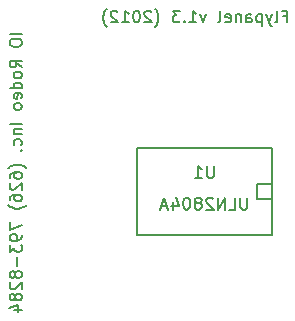
<source format=gbo>
G04 (created by PCBNEW-RS274X (2011-05-25)-stable) date Tue 02 Apr 2013 03:30:14 PM PDT*
G01*
G70*
G90*
%MOIN*%
G04 Gerber Fmt 3.4, Leading zero omitted, Abs format*
%FSLAX34Y34*%
G04 APERTURE LIST*
%ADD10C,0.006000*%
%ADD11C,0.007900*%
%ADD12C,0.008000*%
G04 APERTURE END LIST*
G54D10*
G54D11*
X39883Y-28094D02*
X39489Y-28094D01*
X39489Y-28357D02*
X39489Y-28432D01*
X39508Y-28469D01*
X39546Y-28507D01*
X39621Y-28526D01*
X39752Y-28526D01*
X39827Y-28507D01*
X39865Y-28469D01*
X39883Y-28432D01*
X39883Y-28357D01*
X39865Y-28319D01*
X39827Y-28282D01*
X39752Y-28263D01*
X39621Y-28263D01*
X39546Y-28282D01*
X39508Y-28319D01*
X39489Y-28357D01*
X39883Y-29220D02*
X39696Y-29089D01*
X39883Y-28995D02*
X39489Y-28995D01*
X39489Y-29145D01*
X39508Y-29182D01*
X39527Y-29201D01*
X39565Y-29220D01*
X39621Y-29220D01*
X39658Y-29201D01*
X39677Y-29182D01*
X39696Y-29145D01*
X39696Y-28995D01*
X39883Y-29445D02*
X39865Y-29408D01*
X39846Y-29389D01*
X39808Y-29370D01*
X39696Y-29370D01*
X39658Y-29389D01*
X39640Y-29408D01*
X39621Y-29445D01*
X39621Y-29501D01*
X39640Y-29539D01*
X39658Y-29558D01*
X39696Y-29576D01*
X39808Y-29576D01*
X39846Y-29558D01*
X39865Y-29539D01*
X39883Y-29501D01*
X39883Y-29445D01*
X39883Y-29914D02*
X39489Y-29914D01*
X39865Y-29914D02*
X39883Y-29876D01*
X39883Y-29801D01*
X39865Y-29764D01*
X39846Y-29745D01*
X39808Y-29726D01*
X39696Y-29726D01*
X39658Y-29745D01*
X39640Y-29764D01*
X39621Y-29801D01*
X39621Y-29876D01*
X39640Y-29914D01*
X39865Y-30251D02*
X39883Y-30213D01*
X39883Y-30138D01*
X39865Y-30101D01*
X39827Y-30082D01*
X39677Y-30082D01*
X39640Y-30101D01*
X39621Y-30138D01*
X39621Y-30213D01*
X39640Y-30251D01*
X39677Y-30270D01*
X39715Y-30270D01*
X39752Y-30082D01*
X39883Y-30495D02*
X39865Y-30458D01*
X39846Y-30439D01*
X39808Y-30420D01*
X39696Y-30420D01*
X39658Y-30439D01*
X39640Y-30458D01*
X39621Y-30495D01*
X39621Y-30551D01*
X39640Y-30589D01*
X39658Y-30608D01*
X39696Y-30626D01*
X39808Y-30626D01*
X39846Y-30608D01*
X39865Y-30589D01*
X39883Y-30551D01*
X39883Y-30495D01*
X39883Y-31095D02*
X39489Y-31095D01*
X39621Y-31283D02*
X39883Y-31283D01*
X39658Y-31283D02*
X39640Y-31302D01*
X39621Y-31339D01*
X39621Y-31395D01*
X39640Y-31433D01*
X39677Y-31452D01*
X39883Y-31452D01*
X39865Y-31808D02*
X39883Y-31770D01*
X39883Y-31695D01*
X39865Y-31658D01*
X39846Y-31639D01*
X39808Y-31620D01*
X39696Y-31620D01*
X39658Y-31639D01*
X39640Y-31658D01*
X39621Y-31695D01*
X39621Y-31770D01*
X39640Y-31808D01*
X39846Y-31977D02*
X39865Y-31996D01*
X39883Y-31977D01*
X39865Y-31958D01*
X39846Y-31977D01*
X39883Y-31977D01*
X40034Y-32577D02*
X40015Y-32559D01*
X39959Y-32521D01*
X39921Y-32502D01*
X39865Y-32484D01*
X39771Y-32465D01*
X39696Y-32465D01*
X39602Y-32484D01*
X39546Y-32502D01*
X39508Y-32521D01*
X39452Y-32559D01*
X39433Y-32577D01*
X39489Y-32897D02*
X39489Y-32822D01*
X39508Y-32784D01*
X39527Y-32765D01*
X39583Y-32728D01*
X39658Y-32709D01*
X39808Y-32709D01*
X39846Y-32728D01*
X39865Y-32747D01*
X39883Y-32784D01*
X39883Y-32859D01*
X39865Y-32897D01*
X39846Y-32915D01*
X39808Y-32934D01*
X39715Y-32934D01*
X39677Y-32915D01*
X39658Y-32897D01*
X39640Y-32859D01*
X39640Y-32784D01*
X39658Y-32747D01*
X39677Y-32728D01*
X39715Y-32709D01*
X39527Y-33084D02*
X39508Y-33103D01*
X39489Y-33140D01*
X39489Y-33234D01*
X39508Y-33272D01*
X39527Y-33290D01*
X39565Y-33309D01*
X39602Y-33309D01*
X39658Y-33290D01*
X39883Y-33065D01*
X39883Y-33309D01*
X39489Y-33647D02*
X39489Y-33572D01*
X39508Y-33534D01*
X39527Y-33515D01*
X39583Y-33478D01*
X39658Y-33459D01*
X39808Y-33459D01*
X39846Y-33478D01*
X39865Y-33497D01*
X39883Y-33534D01*
X39883Y-33609D01*
X39865Y-33647D01*
X39846Y-33665D01*
X39808Y-33684D01*
X39715Y-33684D01*
X39677Y-33665D01*
X39658Y-33647D01*
X39640Y-33609D01*
X39640Y-33534D01*
X39658Y-33497D01*
X39677Y-33478D01*
X39715Y-33459D01*
X40034Y-33815D02*
X40015Y-33834D01*
X39959Y-33872D01*
X39921Y-33890D01*
X39865Y-33909D01*
X39771Y-33928D01*
X39696Y-33928D01*
X39602Y-33909D01*
X39546Y-33890D01*
X39508Y-33872D01*
X39452Y-33834D01*
X39433Y-33815D01*
X39489Y-34378D02*
X39489Y-34641D01*
X39883Y-34472D01*
X39883Y-34810D02*
X39883Y-34885D01*
X39865Y-34922D01*
X39846Y-34941D01*
X39790Y-34978D01*
X39715Y-34997D01*
X39565Y-34997D01*
X39527Y-34978D01*
X39508Y-34960D01*
X39489Y-34922D01*
X39489Y-34847D01*
X39508Y-34810D01*
X39527Y-34791D01*
X39565Y-34772D01*
X39658Y-34772D01*
X39696Y-34791D01*
X39715Y-34810D01*
X39733Y-34847D01*
X39733Y-34922D01*
X39715Y-34960D01*
X39696Y-34978D01*
X39658Y-34997D01*
X39489Y-35128D02*
X39489Y-35372D01*
X39640Y-35241D01*
X39640Y-35297D01*
X39658Y-35335D01*
X39677Y-35353D01*
X39715Y-35372D01*
X39808Y-35372D01*
X39846Y-35353D01*
X39865Y-35335D01*
X39883Y-35297D01*
X39883Y-35185D01*
X39865Y-35147D01*
X39846Y-35128D01*
X39733Y-35541D02*
X39733Y-35841D01*
X39658Y-36085D02*
X39640Y-36048D01*
X39621Y-36029D01*
X39583Y-36010D01*
X39565Y-36010D01*
X39527Y-36029D01*
X39508Y-36048D01*
X39489Y-36085D01*
X39489Y-36160D01*
X39508Y-36198D01*
X39527Y-36216D01*
X39565Y-36235D01*
X39583Y-36235D01*
X39621Y-36216D01*
X39640Y-36198D01*
X39658Y-36160D01*
X39658Y-36085D01*
X39677Y-36048D01*
X39696Y-36029D01*
X39733Y-36010D01*
X39808Y-36010D01*
X39846Y-36029D01*
X39865Y-36048D01*
X39883Y-36085D01*
X39883Y-36160D01*
X39865Y-36198D01*
X39846Y-36216D01*
X39808Y-36235D01*
X39733Y-36235D01*
X39696Y-36216D01*
X39677Y-36198D01*
X39658Y-36160D01*
X39527Y-36385D02*
X39508Y-36404D01*
X39489Y-36441D01*
X39489Y-36535D01*
X39508Y-36573D01*
X39527Y-36591D01*
X39565Y-36610D01*
X39602Y-36610D01*
X39658Y-36591D01*
X39883Y-36366D01*
X39883Y-36610D01*
X39658Y-36835D02*
X39640Y-36798D01*
X39621Y-36779D01*
X39583Y-36760D01*
X39565Y-36760D01*
X39527Y-36779D01*
X39508Y-36798D01*
X39489Y-36835D01*
X39489Y-36910D01*
X39508Y-36948D01*
X39527Y-36966D01*
X39565Y-36985D01*
X39583Y-36985D01*
X39621Y-36966D01*
X39640Y-36948D01*
X39658Y-36910D01*
X39658Y-36835D01*
X39677Y-36798D01*
X39696Y-36779D01*
X39733Y-36760D01*
X39808Y-36760D01*
X39846Y-36779D01*
X39865Y-36798D01*
X39883Y-36835D01*
X39883Y-36910D01*
X39865Y-36948D01*
X39846Y-36966D01*
X39808Y-36985D01*
X39733Y-36985D01*
X39696Y-36966D01*
X39677Y-36948D01*
X39658Y-36910D01*
X39621Y-37323D02*
X39883Y-37323D01*
X39471Y-37229D02*
X39752Y-37135D01*
X39752Y-37379D01*
X48605Y-27512D02*
X48736Y-27512D01*
X48736Y-27718D02*
X48736Y-27324D01*
X48549Y-27324D01*
X48342Y-27718D02*
X48379Y-27700D01*
X48398Y-27662D01*
X48398Y-27324D01*
X48230Y-27456D02*
X48136Y-27718D01*
X48042Y-27456D02*
X48136Y-27718D01*
X48173Y-27812D01*
X48192Y-27831D01*
X48230Y-27850D01*
X47892Y-27456D02*
X47892Y-27850D01*
X47892Y-27475D02*
X47855Y-27456D01*
X47780Y-27456D01*
X47742Y-27475D01*
X47723Y-27493D01*
X47705Y-27531D01*
X47705Y-27643D01*
X47723Y-27681D01*
X47742Y-27700D01*
X47780Y-27718D01*
X47855Y-27718D01*
X47892Y-27700D01*
X47367Y-27718D02*
X47367Y-27512D01*
X47386Y-27475D01*
X47424Y-27456D01*
X47499Y-27456D01*
X47536Y-27475D01*
X47367Y-27700D02*
X47405Y-27718D01*
X47499Y-27718D01*
X47536Y-27700D01*
X47555Y-27662D01*
X47555Y-27625D01*
X47536Y-27587D01*
X47499Y-27568D01*
X47405Y-27568D01*
X47367Y-27550D01*
X47180Y-27456D02*
X47180Y-27718D01*
X47180Y-27493D02*
X47161Y-27475D01*
X47124Y-27456D01*
X47068Y-27456D01*
X47030Y-27475D01*
X47011Y-27512D01*
X47011Y-27718D01*
X46674Y-27700D02*
X46712Y-27718D01*
X46787Y-27718D01*
X46824Y-27700D01*
X46843Y-27662D01*
X46843Y-27512D01*
X46824Y-27475D01*
X46787Y-27456D01*
X46712Y-27456D01*
X46674Y-27475D01*
X46655Y-27512D01*
X46655Y-27550D01*
X46843Y-27587D01*
X46430Y-27718D02*
X46467Y-27700D01*
X46486Y-27662D01*
X46486Y-27324D01*
X46018Y-27456D02*
X45924Y-27718D01*
X45830Y-27456D01*
X45474Y-27718D02*
X45699Y-27718D01*
X45586Y-27718D02*
X45586Y-27324D01*
X45624Y-27381D01*
X45661Y-27418D01*
X45699Y-27437D01*
X45305Y-27681D02*
X45286Y-27700D01*
X45305Y-27718D01*
X45324Y-27700D01*
X45305Y-27681D01*
X45305Y-27718D01*
X45155Y-27324D02*
X44911Y-27324D01*
X45042Y-27475D01*
X44986Y-27475D01*
X44948Y-27493D01*
X44930Y-27512D01*
X44911Y-27550D01*
X44911Y-27643D01*
X44930Y-27681D01*
X44948Y-27700D01*
X44986Y-27718D01*
X45098Y-27718D01*
X45136Y-27700D01*
X45155Y-27681D01*
X44330Y-27869D02*
X44348Y-27850D01*
X44386Y-27794D01*
X44405Y-27756D01*
X44423Y-27700D01*
X44442Y-27606D01*
X44442Y-27531D01*
X44423Y-27437D01*
X44405Y-27381D01*
X44386Y-27343D01*
X44348Y-27287D01*
X44330Y-27268D01*
X44198Y-27362D02*
X44179Y-27343D01*
X44142Y-27324D01*
X44048Y-27324D01*
X44010Y-27343D01*
X43992Y-27362D01*
X43973Y-27400D01*
X43973Y-27437D01*
X43992Y-27493D01*
X44217Y-27718D01*
X43973Y-27718D01*
X43729Y-27324D02*
X43692Y-27324D01*
X43654Y-27343D01*
X43635Y-27362D01*
X43617Y-27400D01*
X43598Y-27475D01*
X43598Y-27568D01*
X43617Y-27643D01*
X43635Y-27681D01*
X43654Y-27700D01*
X43692Y-27718D01*
X43729Y-27718D01*
X43767Y-27700D01*
X43785Y-27681D01*
X43804Y-27643D01*
X43823Y-27568D01*
X43823Y-27475D01*
X43804Y-27400D01*
X43785Y-27362D01*
X43767Y-27343D01*
X43729Y-27324D01*
X43223Y-27718D02*
X43448Y-27718D01*
X43335Y-27718D02*
X43335Y-27324D01*
X43373Y-27381D01*
X43410Y-27418D01*
X43448Y-27437D01*
X43073Y-27362D02*
X43054Y-27343D01*
X43017Y-27324D01*
X42923Y-27324D01*
X42885Y-27343D01*
X42867Y-27362D01*
X42848Y-27400D01*
X42848Y-27437D01*
X42867Y-27493D01*
X43092Y-27718D01*
X42848Y-27718D01*
X42717Y-27869D02*
X42698Y-27850D01*
X42660Y-27794D01*
X42642Y-27756D01*
X42623Y-27700D01*
X42604Y-27606D01*
X42604Y-27531D01*
X42623Y-27437D01*
X42642Y-27381D01*
X42660Y-27343D01*
X42698Y-27287D01*
X42717Y-27268D01*
G54D12*
X48228Y-31897D02*
X43728Y-31897D01*
X48228Y-34795D02*
X43728Y-34799D01*
X48228Y-34795D02*
X48228Y-31897D01*
X43728Y-34795D02*
X43728Y-31897D01*
X48234Y-33096D02*
X47734Y-33096D01*
X47734Y-33096D02*
X47734Y-33596D01*
X47734Y-33596D02*
X48234Y-33596D01*
X46289Y-32508D02*
X46289Y-32832D01*
X46270Y-32870D01*
X46251Y-32889D01*
X46213Y-32908D01*
X46136Y-32908D01*
X46098Y-32889D01*
X46079Y-32870D01*
X46060Y-32832D01*
X46060Y-32508D01*
X45660Y-32908D02*
X45889Y-32908D01*
X45775Y-32908D02*
X45775Y-32508D01*
X45813Y-32565D01*
X45851Y-32603D01*
X45889Y-32622D01*
X47403Y-33558D02*
X47403Y-33882D01*
X47384Y-33920D01*
X47365Y-33939D01*
X47327Y-33958D01*
X47250Y-33958D01*
X47212Y-33939D01*
X47193Y-33920D01*
X47174Y-33882D01*
X47174Y-33558D01*
X46793Y-33958D02*
X46984Y-33958D01*
X46984Y-33558D01*
X46660Y-33958D02*
X46660Y-33558D01*
X46431Y-33958D01*
X46431Y-33558D01*
X46260Y-33596D02*
X46241Y-33577D01*
X46203Y-33558D01*
X46107Y-33558D01*
X46069Y-33577D01*
X46050Y-33596D01*
X46031Y-33634D01*
X46031Y-33672D01*
X46050Y-33729D01*
X46279Y-33958D01*
X46031Y-33958D01*
X45803Y-33729D02*
X45841Y-33710D01*
X45860Y-33691D01*
X45879Y-33653D01*
X45879Y-33634D01*
X45860Y-33596D01*
X45841Y-33577D01*
X45803Y-33558D01*
X45726Y-33558D01*
X45688Y-33577D01*
X45669Y-33596D01*
X45650Y-33634D01*
X45650Y-33653D01*
X45669Y-33691D01*
X45688Y-33710D01*
X45726Y-33729D01*
X45803Y-33729D01*
X45841Y-33748D01*
X45860Y-33767D01*
X45879Y-33806D01*
X45879Y-33882D01*
X45860Y-33920D01*
X45841Y-33939D01*
X45803Y-33958D01*
X45726Y-33958D01*
X45688Y-33939D01*
X45669Y-33920D01*
X45650Y-33882D01*
X45650Y-33806D01*
X45669Y-33767D01*
X45688Y-33748D01*
X45726Y-33729D01*
X45403Y-33558D02*
X45364Y-33558D01*
X45326Y-33577D01*
X45307Y-33596D01*
X45288Y-33634D01*
X45269Y-33710D01*
X45269Y-33806D01*
X45288Y-33882D01*
X45307Y-33920D01*
X45326Y-33939D01*
X45364Y-33958D01*
X45403Y-33958D01*
X45441Y-33939D01*
X45460Y-33920D01*
X45479Y-33882D01*
X45498Y-33806D01*
X45498Y-33710D01*
X45479Y-33634D01*
X45460Y-33596D01*
X45441Y-33577D01*
X45403Y-33558D01*
X44926Y-33691D02*
X44926Y-33958D01*
X45022Y-33539D02*
X45117Y-33825D01*
X44869Y-33825D01*
X44736Y-33844D02*
X44545Y-33844D01*
X44774Y-33958D02*
X44641Y-33558D01*
X44507Y-33958D01*
M02*

</source>
